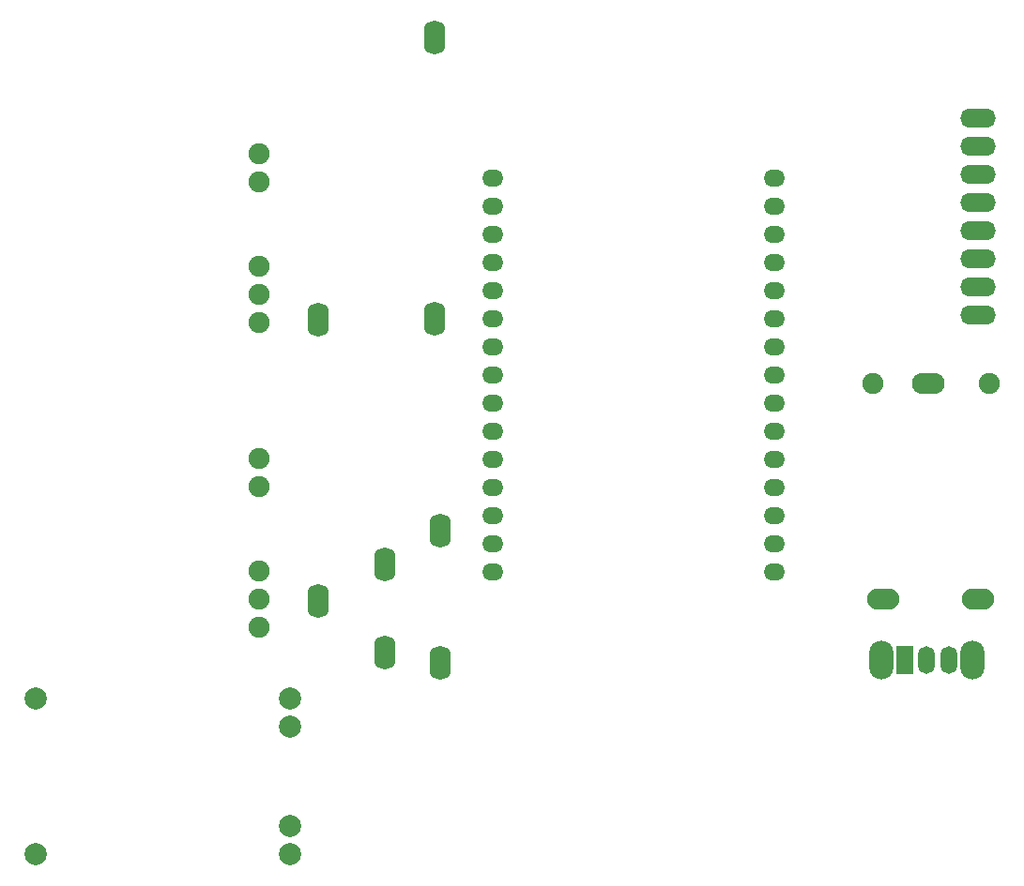
<source format=gbr>
%TF.GenerationSoftware,KiCad,Pcbnew,9.0.1*%
%TF.CreationDate,2025-05-14T15:59:24+08:00*%
%TF.ProjectId,emgPCB,656d6750-4342-42e6-9b69-6361645f7063,rev?*%
%TF.SameCoordinates,Original*%
%TF.FileFunction,Soldermask,Bot*%
%TF.FilePolarity,Negative*%
%FSLAX46Y46*%
G04 Gerber Fmt 4.6, Leading zero omitted, Abs format (unit mm)*
G04 Created by KiCad (PCBNEW 9.0.1) date 2025-05-14 15:59:24*
%MOMM*%
%LPD*%
G01*
G04 APERTURE LIST*
G04 Aperture macros list*
%AMRoundRect*
0 Rectangle with rounded corners*
0 $1 Rounding radius*
0 $2 $3 $4 $5 $6 $7 $8 $9 X,Y pos of 4 corners*
0 Add a 4 corners polygon primitive as box body*
4,1,4,$2,$3,$4,$5,$6,$7,$8,$9,$2,$3,0*
0 Add four circle primitives for the rounded corners*
1,1,$1+$1,$2,$3*
1,1,$1+$1,$4,$5*
1,1,$1+$1,$6,$7*
1,1,$1+$1,$8,$9*
0 Add four rect primitives between the rounded corners*
20,1,$1+$1,$2,$3,$4,$5,0*
20,1,$1+$1,$4,$5,$6,$7,0*
20,1,$1+$1,$6,$7,$8,$9,0*
20,1,$1+$1,$8,$9,$2,$3,0*%
G04 Aperture macros list end*
%ADD10RoundRect,0.799900X0.150100X-0.700100X0.150100X0.700100X-0.150100X0.700100X-0.150100X-0.700100X0*%
%ADD11RoundRect,0.799900X-0.150100X0.700100X-0.150100X-0.700100X0.150100X-0.700100X0.150100X0.700100X0*%
%ADD12O,1.900000X1.524000*%
%ADD13O,2.200000X3.500000*%
%ADD14R,1.500000X2.500000*%
%ADD15O,1.500000X2.500000*%
%ADD16O,2.905000X1.905000*%
%ADD17C,1.905000*%
%ADD18O,2.952500X1.905000*%
%ADD19C,2.000000*%
%ADD20O,3.203200X1.703200*%
G04 APERTURE END LIST*
D10*
%TO.C,R4*%
X140000000Y-50300000D03*
X140000000Y-75700000D03*
%TD*%
D11*
%TO.C,R3*%
X129500000Y-75800000D03*
X129500000Y-101200000D03*
%TD*%
%TO.C,R1*%
X140500000Y-94785000D03*
X140500000Y-106723000D03*
%TD*%
D10*
%TO.C,R2*%
X135519500Y-105853000D03*
X135519500Y-97853000D03*
%TD*%
D12*
%TO.C,U1*%
X145252460Y-98500000D03*
X170652460Y-98500000D03*
X145252460Y-95960000D03*
X170652460Y-95960000D03*
X145252460Y-93420000D03*
X170652460Y-93420000D03*
X145252460Y-90880000D03*
X170652460Y-90880000D03*
X145252460Y-88340000D03*
X170652460Y-88340000D03*
X145252460Y-85800000D03*
X170652460Y-85800000D03*
X145252460Y-83260000D03*
X170652460Y-83260000D03*
X145252460Y-80720000D03*
X170652460Y-80720000D03*
X145252460Y-78180000D03*
X170652460Y-78180000D03*
X145252460Y-75640000D03*
X170652460Y-75640000D03*
X145252460Y-73100000D03*
X170652460Y-73100000D03*
X145252460Y-70560000D03*
X170652460Y-70560000D03*
X145252460Y-68020000D03*
X170652460Y-68020000D03*
X145252460Y-65480000D03*
X170652460Y-65480000D03*
X145252460Y-62940000D03*
X170652460Y-62940000D03*
%TD*%
D13*
%TO.C,SW1*%
X180300000Y-106500000D03*
X188500000Y-106500000D03*
D14*
X182400000Y-106500000D03*
D15*
X184400000Y-106500000D03*
X186400000Y-106500000D03*
%TD*%
D16*
%TO.C,BC1*%
X180500000Y-101000000D03*
X189000000Y-101000000D03*
D17*
X179500000Y-81500000D03*
X190000000Y-81500000D03*
D18*
X184523750Y-81500000D03*
%TD*%
D17*
%TO.C,EMG_v2*%
X124200500Y-60759800D03*
X124200500Y-63299800D03*
X124200500Y-70919800D03*
X124200500Y-73459800D03*
X124200500Y-75999800D03*
%TD*%
%TO.C,EMG_v1*%
X124200500Y-88259800D03*
X124200500Y-90799800D03*
X124200500Y-98419800D03*
X124200500Y-100959800D03*
X124200500Y-103499800D03*
%TD*%
D19*
%TO.C,TP4056_1*%
X127000000Y-121460000D03*
X127000000Y-112540000D03*
X127000000Y-124000000D03*
X127000000Y-110000000D03*
X104000000Y-124000000D03*
X104000000Y-110000000D03*
%TD*%
D20*
%TO.C,ACC1*%
X189000000Y-60127400D03*
X189000000Y-72827400D03*
X189000000Y-57587400D03*
X189000000Y-70287400D03*
X189000000Y-67747400D03*
X189000000Y-75367400D03*
X189000000Y-62667400D03*
X189000000Y-65207400D03*
%TD*%
M02*

</source>
